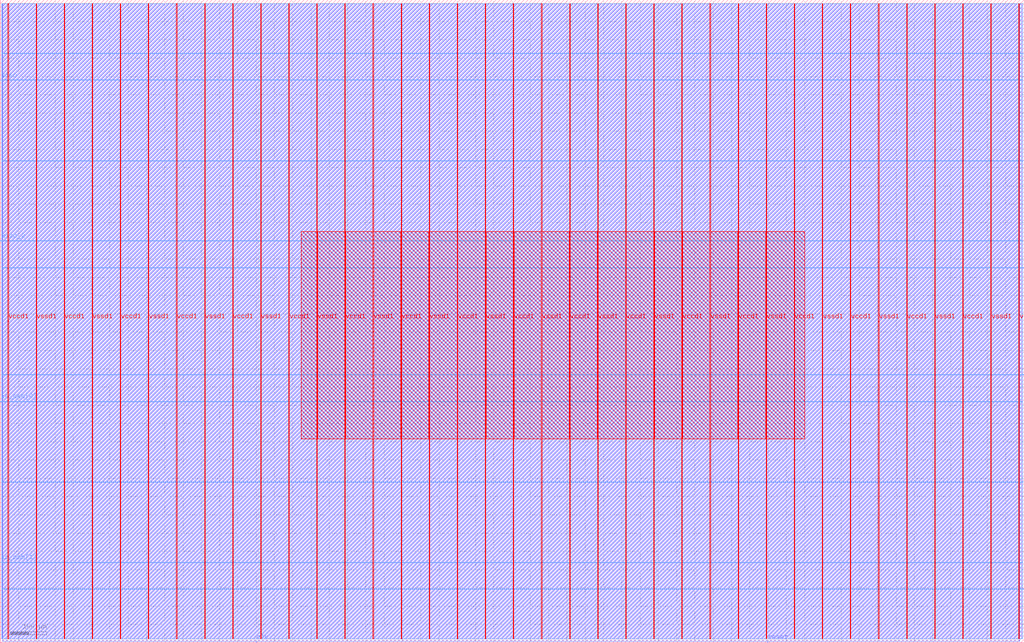
<source format=lef>
VERSION 5.7 ;
  NOWIREEXTENSIONATPIN ON ;
  DIVIDERCHAR "/" ;
  BUSBITCHARS "[]" ;
MACRO FFTSPIMinionRTL
  CLASS BLOCK ;
  FOREIGN FFTSPIMinionRTL ;
  ORIGIN 0.000 0.000 ;
  SIZE 2800.000 BY 1760.000 ;
  PIN clk
    DIRECTION INPUT ;
    USE SIGNAL ;
    PORT
      LAYER met2 ;
        RECT 699.750 0.000 700.030 4.000 ;
    END
  END clk
  PIN cs
    DIRECTION INPUT ;
    USE SIGNAL ;
    PORT
      LAYER met3 ;
        RECT 2796.000 146.920 2800.000 147.520 ;
    END
  END cs
  PIN cs_2
    DIRECTION INPUT ;
    USE SIGNAL ;
    PORT
      LAYER met3 ;
        RECT 2796.000 440.000 2800.000 440.600 ;
    END
  END cs_2
  PIN io_oeb[0]
    DIRECTION OUTPUT TRISTATE ;
    USE SIGNAL ;
    PORT
      LAYER met3 ;
        RECT 0.000 659.640 4.000 660.240 ;
    END
  END io_oeb[0]
  PIN io_oeb[1]
    DIRECTION OUTPUT TRISTATE ;
    USE SIGNAL ;
    PORT
      LAYER met3 ;
        RECT 0.000 219.680 4.000 220.280 ;
    END
  END io_oeb[1]
  PIN miso
    DIRECTION OUTPUT TRISTATE ;
    USE SIGNAL ;
    PORT
      LAYER met3 ;
        RECT 0.000 1539.560 4.000 1540.160 ;
    END
  END miso
  PIN miso_2
    DIRECTION OUTPUT TRISTATE ;
    USE SIGNAL ;
    PORT
      LAYER met3 ;
        RECT 0.000 1099.600 4.000 1100.200 ;
    END
  END miso_2
  PIN mosi
    DIRECTION INPUT ;
    USE SIGNAL ;
    PORT
      LAYER met3 ;
        RECT 2796.000 733.080 2800.000 733.680 ;
    END
  END mosi
  PIN mosi_2
    DIRECTION INPUT ;
    USE SIGNAL ;
    PORT
      LAYER met3 ;
        RECT 2796.000 1026.160 2800.000 1026.760 ;
    END
  END mosi_2
  PIN reset
    DIRECTION INPUT ;
    USE SIGNAL ;
    PORT
      LAYER met2 ;
        RECT 2099.530 0.000 2099.810 4.000 ;
    END
  END reset
  PIN sclk
    DIRECTION INPUT ;
    USE SIGNAL ;
    PORT
      LAYER met3 ;
        RECT 2796.000 1319.240 2800.000 1319.840 ;
    END
  END sclk
  PIN sclk_2
    DIRECTION INPUT ;
    USE SIGNAL ;
    PORT
      LAYER met3 ;
        RECT 2796.000 1612.320 2800.000 1612.920 ;
    END
  END sclk_2
  PIN vccd1
    DIRECTION INOUT ;
    USE POWER ;
    PORT
      LAYER met4 ;
        RECT 21.040 10.640 22.640 1749.200 ;
    END
    PORT
      LAYER met4 ;
        RECT 174.640 10.640 176.240 1749.200 ;
    END
    PORT
      LAYER met4 ;
        RECT 328.240 10.640 329.840 1749.200 ;
    END
    PORT
      LAYER met4 ;
        RECT 481.840 10.640 483.440 1749.200 ;
    END
    PORT
      LAYER met4 ;
        RECT 635.440 10.640 637.040 1749.200 ;
    END
    PORT
      LAYER met4 ;
        RECT 789.040 10.640 790.640 1749.200 ;
    END
    PORT
      LAYER met4 ;
        RECT 942.640 10.640 944.240 1749.200 ;
    END
    PORT
      LAYER met4 ;
        RECT 1096.240 10.640 1097.840 1749.200 ;
    END
    PORT
      LAYER met4 ;
        RECT 1249.840 10.640 1251.440 1749.200 ;
    END
    PORT
      LAYER met4 ;
        RECT 1403.440 10.640 1405.040 1749.200 ;
    END
    PORT
      LAYER met4 ;
        RECT 1557.040 10.640 1558.640 1749.200 ;
    END
    PORT
      LAYER met4 ;
        RECT 1710.640 10.640 1712.240 1749.200 ;
    END
    PORT
      LAYER met4 ;
        RECT 1864.240 10.640 1865.840 1749.200 ;
    END
    PORT
      LAYER met4 ;
        RECT 2017.840 10.640 2019.440 1749.200 ;
    END
    PORT
      LAYER met4 ;
        RECT 2171.440 10.640 2173.040 1749.200 ;
    END
    PORT
      LAYER met4 ;
        RECT 2325.040 10.640 2326.640 1749.200 ;
    END
    PORT
      LAYER met4 ;
        RECT 2478.640 10.640 2480.240 1749.200 ;
    END
    PORT
      LAYER met4 ;
        RECT 2632.240 10.640 2633.840 1749.200 ;
    END
    PORT
      LAYER met4 ;
        RECT 2785.840 10.640 2787.440 1749.200 ;
    END
  END vccd1
  PIN vssd1
    DIRECTION INOUT ;
    USE GROUND ;
    PORT
      LAYER met4 ;
        RECT 97.840 10.640 99.440 1749.200 ;
    END
    PORT
      LAYER met4 ;
        RECT 251.440 10.640 253.040 1749.200 ;
    END
    PORT
      LAYER met4 ;
        RECT 405.040 10.640 406.640 1749.200 ;
    END
    PORT
      LAYER met4 ;
        RECT 558.640 10.640 560.240 1749.200 ;
    END
    PORT
      LAYER met4 ;
        RECT 712.240 10.640 713.840 1749.200 ;
    END
    PORT
      LAYER met4 ;
        RECT 865.840 10.640 867.440 1749.200 ;
    END
    PORT
      LAYER met4 ;
        RECT 1019.440 10.640 1021.040 1749.200 ;
    END
    PORT
      LAYER met4 ;
        RECT 1173.040 10.640 1174.640 1749.200 ;
    END
    PORT
      LAYER met4 ;
        RECT 1326.640 10.640 1328.240 1749.200 ;
    END
    PORT
      LAYER met4 ;
        RECT 1480.240 10.640 1481.840 1749.200 ;
    END
    PORT
      LAYER met4 ;
        RECT 1633.840 10.640 1635.440 1749.200 ;
    END
    PORT
      LAYER met4 ;
        RECT 1787.440 10.640 1789.040 1749.200 ;
    END
    PORT
      LAYER met4 ;
        RECT 1941.040 10.640 1942.640 1749.200 ;
    END
    PORT
      LAYER met4 ;
        RECT 2094.640 10.640 2096.240 1749.200 ;
    END
    PORT
      LAYER met4 ;
        RECT 2248.240 10.640 2249.840 1749.200 ;
    END
    PORT
      LAYER met4 ;
        RECT 2401.840 10.640 2403.440 1749.200 ;
    END
    PORT
      LAYER met4 ;
        RECT 2555.440 10.640 2557.040 1749.200 ;
    END
    PORT
      LAYER met4 ;
        RECT 2709.040 10.640 2710.640 1749.200 ;
    END
  END vssd1
  OBS
      LAYER li1 ;
        RECT 5.520 10.795 2794.040 1749.045 ;
      LAYER met1 ;
        RECT 5.520 10.640 2794.040 1749.200 ;
      LAYER met2 ;
        RECT 6.990 4.280 2788.430 1749.145 ;
        RECT 6.990 4.000 699.470 4.280 ;
        RECT 700.310 4.000 2099.250 4.280 ;
        RECT 2100.090 4.000 2788.430 4.280 ;
      LAYER met3 ;
        RECT 4.000 1613.320 2796.000 1749.125 ;
        RECT 4.000 1611.920 2795.600 1613.320 ;
        RECT 4.000 1540.560 2796.000 1611.920 ;
        RECT 4.400 1539.160 2796.000 1540.560 ;
        RECT 4.000 1320.240 2796.000 1539.160 ;
        RECT 4.000 1318.840 2795.600 1320.240 ;
        RECT 4.000 1100.600 2796.000 1318.840 ;
        RECT 4.400 1099.200 2796.000 1100.600 ;
        RECT 4.000 1027.160 2796.000 1099.200 ;
        RECT 4.000 1025.760 2795.600 1027.160 ;
        RECT 4.000 734.080 2796.000 1025.760 ;
        RECT 4.000 732.680 2795.600 734.080 ;
        RECT 4.000 660.640 2796.000 732.680 ;
        RECT 4.400 659.240 2796.000 660.640 ;
        RECT 4.000 441.000 2796.000 659.240 ;
        RECT 4.000 439.600 2795.600 441.000 ;
        RECT 4.000 220.680 2796.000 439.600 ;
        RECT 4.400 219.280 2796.000 220.680 ;
        RECT 4.000 147.920 2796.000 219.280 ;
        RECT 4.000 146.520 2795.600 147.920 ;
        RECT 4.000 10.715 2796.000 146.520 ;
      LAYER met4 ;
        RECT 822.775 558.455 865.440 1125.225 ;
        RECT 867.840 558.455 942.240 1125.225 ;
        RECT 944.640 558.455 1019.040 1125.225 ;
        RECT 1021.440 558.455 1095.840 1125.225 ;
        RECT 1098.240 558.455 1172.640 1125.225 ;
        RECT 1175.040 558.455 1249.440 1125.225 ;
        RECT 1251.840 558.455 1326.240 1125.225 ;
        RECT 1328.640 558.455 1403.040 1125.225 ;
        RECT 1405.440 558.455 1479.840 1125.225 ;
        RECT 1482.240 558.455 1556.640 1125.225 ;
        RECT 1559.040 558.455 1633.440 1125.225 ;
        RECT 1635.840 558.455 1710.240 1125.225 ;
        RECT 1712.640 558.455 1787.040 1125.225 ;
        RECT 1789.440 558.455 1863.840 1125.225 ;
        RECT 1866.240 558.455 1940.640 1125.225 ;
        RECT 1943.040 558.455 2017.440 1125.225 ;
        RECT 2019.840 558.455 2094.240 1125.225 ;
        RECT 2096.640 558.455 2171.040 1125.225 ;
        RECT 2173.440 558.455 2200.345 1125.225 ;
  END
END FFTSPIMinionRTL
END LIBRARY


</source>
